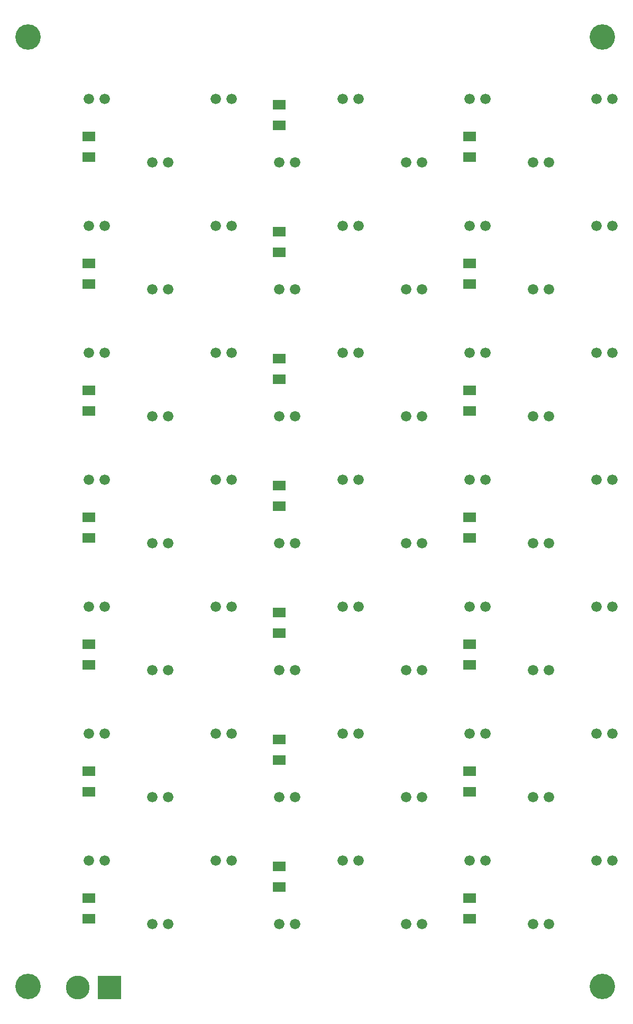
<source format=gbs>
G04 (created by PCBNEW (2013-june-11)-stable) date Thu 26 Dec 2013 21:04:28 CET*
%MOIN*%
G04 Gerber Fmt 3.4, Leading zero omitted, Abs format*
%FSLAX34Y34*%
G01*
G70*
G90*
G04 APERTURE LIST*
%ADD10C,0.006*%
%ADD11R,0.08X0.06*%
%ADD12C,0.066*%
%ADD13C,0.15*%
%ADD14R,0.15X0.15*%
%ADD15C,0.16*%
G04 APERTURE END LIST*
G54D10*
G54D11*
X31500Y-58350D03*
X31500Y-59650D03*
X43500Y-41650D03*
X43500Y-40350D03*
X31500Y-50350D03*
X31500Y-51650D03*
X43500Y-49650D03*
X43500Y-48350D03*
X55500Y-50350D03*
X55500Y-51650D03*
X55500Y-74350D03*
X55500Y-75650D03*
X55500Y-42350D03*
X55500Y-43650D03*
X43500Y-57650D03*
X43500Y-56350D03*
X43500Y-73650D03*
X43500Y-72350D03*
X55500Y-58350D03*
X55500Y-59650D03*
X31500Y-74350D03*
X31500Y-75650D03*
X31500Y-66350D03*
X31500Y-67650D03*
X43500Y-65650D03*
X43500Y-64350D03*
X55500Y-66350D03*
X55500Y-67650D03*
X31500Y-34350D03*
X31500Y-35650D03*
X31500Y-26350D03*
X31500Y-27650D03*
X43500Y-25650D03*
X43500Y-24350D03*
X55500Y-26350D03*
X55500Y-27650D03*
X43500Y-33650D03*
X43500Y-32350D03*
X31500Y-42350D03*
X31500Y-43650D03*
X55500Y-34350D03*
X55500Y-35650D03*
G54D12*
X47500Y-48000D03*
X48500Y-48000D03*
X43500Y-44000D03*
X44500Y-44000D03*
X47500Y-40000D03*
X48500Y-40000D03*
X51500Y-44000D03*
X52500Y-44000D03*
X55500Y-40000D03*
X56500Y-40000D03*
X59500Y-44000D03*
X60500Y-44000D03*
X63500Y-40000D03*
X64500Y-40000D03*
X31500Y-48000D03*
X32500Y-48000D03*
X35500Y-52000D03*
X36500Y-52000D03*
X39500Y-48000D03*
X40500Y-48000D03*
X43500Y-52000D03*
X44500Y-52000D03*
X39500Y-40000D03*
X40500Y-40000D03*
X51500Y-52000D03*
X52500Y-52000D03*
X55500Y-48000D03*
X56500Y-48000D03*
X59500Y-52000D03*
X60500Y-52000D03*
X63500Y-48000D03*
X64500Y-48000D03*
X31500Y-56000D03*
X32500Y-56000D03*
X35500Y-60000D03*
X36500Y-60000D03*
X39500Y-56000D03*
X40500Y-56000D03*
X43500Y-60000D03*
X44500Y-60000D03*
X47500Y-56000D03*
X48500Y-56000D03*
X35500Y-36000D03*
X36500Y-36000D03*
X35500Y-28000D03*
X36500Y-28000D03*
X39500Y-24000D03*
X40500Y-24000D03*
X43500Y-28000D03*
X44500Y-28000D03*
X47500Y-24000D03*
X48500Y-24000D03*
X51500Y-28000D03*
X52500Y-28000D03*
X55500Y-24000D03*
X56500Y-24000D03*
X59500Y-28000D03*
X60500Y-28000D03*
X63500Y-24000D03*
X64500Y-24000D03*
X31500Y-32000D03*
X32500Y-32000D03*
X51500Y-60000D03*
X52500Y-60000D03*
X39500Y-32000D03*
X40500Y-32000D03*
X43500Y-36000D03*
X44500Y-36000D03*
X47500Y-32000D03*
X48500Y-32000D03*
X51500Y-36000D03*
X52500Y-36000D03*
X55500Y-32000D03*
X56500Y-32000D03*
X59500Y-36000D03*
X60500Y-36000D03*
X63500Y-32000D03*
X64500Y-32000D03*
X31500Y-40000D03*
X32500Y-40000D03*
X35500Y-44000D03*
X36500Y-44000D03*
X31500Y-24000D03*
X32500Y-24000D03*
X63500Y-72000D03*
X64500Y-72000D03*
X59500Y-76000D03*
X60500Y-76000D03*
X55500Y-64000D03*
X56500Y-64000D03*
X55500Y-56000D03*
X56500Y-56000D03*
X59500Y-60000D03*
X60500Y-60000D03*
X63500Y-56000D03*
X64500Y-56000D03*
X31500Y-64000D03*
X32500Y-64000D03*
X35500Y-68000D03*
X36500Y-68000D03*
X39500Y-64000D03*
X40500Y-64000D03*
X43500Y-68000D03*
X44500Y-68000D03*
X47500Y-64000D03*
X48500Y-64000D03*
X51500Y-68000D03*
X52500Y-68000D03*
X59500Y-68000D03*
X60500Y-68000D03*
X63500Y-64000D03*
X64500Y-64000D03*
X31500Y-72000D03*
X32500Y-72000D03*
X35500Y-76000D03*
X36500Y-76000D03*
X39500Y-72000D03*
X40500Y-72000D03*
X43500Y-76000D03*
X44500Y-76000D03*
X47500Y-72000D03*
X48500Y-72000D03*
X51500Y-76000D03*
X52500Y-76000D03*
X55500Y-72000D03*
X56500Y-72000D03*
G54D13*
X30800Y-80000D03*
G54D14*
X32800Y-80000D03*
G54D15*
X27637Y-20078D03*
X63858Y-20078D03*
X63858Y-79921D03*
X27637Y-79921D03*
M02*

</source>
